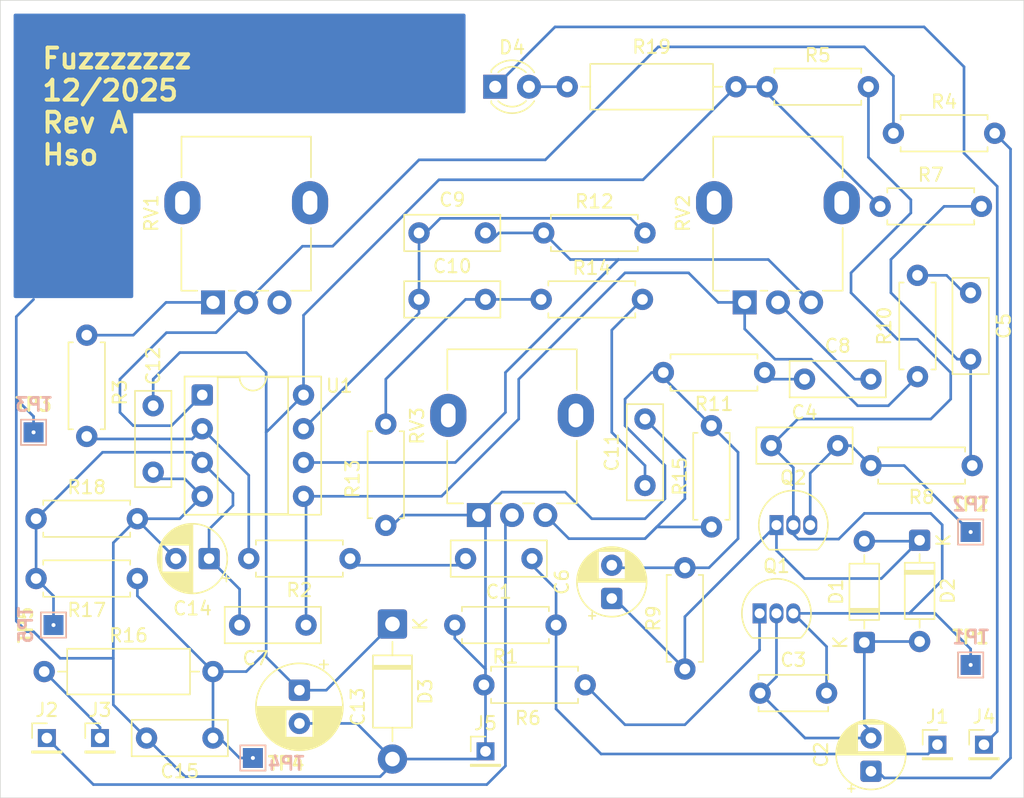
<source format=kicad_pcb>
(kicad_pcb (version 20241229) (generator "pcbnew") (generator_version "9.0")
  (title_block (title "Fuzzzzzzz") (date "2025-12-29") (rev "A") (company "Hso"))
  (layers (0 "F.Cu" signal) (2 "B.Cu" signal) (13 "F.Paste" user) (15 "B.Paste" user) (5 "F.SilkS" user "F.Silkscreen") (7 "B.SilkS" user "B.Silkscreen") (1 "F.Mask" user) (3 "B.Mask" user) (25 "Edge.Cuts" user))
  (net 0 "")
  (net 1 "Net-(C1-Pad2)")
  (net 2 "/In")
  (net 3 "Net-(D1-K)")
  (net 4 "Net-(C2-Pad1)")
  (net 5 "Net-(Q1-C)")
  (net 6 "Net-(Q2-C)")
  (net 7 "Net-(C5-Pad2)")
  (net 8 "Net-(C5-Pad1)")
  (net 9 "Net-(D1-A)")
  (net 10 "GND")
  (net 11 "/Vref")
  (net 12 "Net-(U1B-+)")
  (net 13 "Net-(C8-Pad1)")
  (net 14 "Net-(C8-Pad2)")
  (net 15 "Net-(U1B--)")
  (net 16 "Net-(C10-Pad1)")
  (net 17 "Net-(C10-Pad2)")
  (net 18 "Net-(C11-Pad2)")
  (net 19 "Net-(C11-Pad1)")
  (net 20 "/V+")
  (net 21 "/LED GND")
  (net 22 "Net-(D4-A)")
  (net 23 "/Out")
  (net 24 "/Power Jack")
  (net 25 "Net-(Q1-E)")
  (net 26 "Net-(U1A--)")
  (net 27 "Net-(R3-Pad2)")
  (net 28 "Net-(R4-Pad1)")
  (footprint "LED_THT:LED_D3.0mm" (layer "F.Cu") (at 49.23 18.5)
    (property "Reference" "D4" (at 1.27 -2.96 0) (layer "F.SilkS"))
    (property "Value" "LED")
    (pad "1" thru_hole rect (at 0 0) (size 1.8 1.8) (drill 0.9) (layers "*.Cu" "*.Mask") (net 21 "/LED GND"))
    (pad "2" thru_hole circle (at 2.54 0) (size 1.8 1.8) (drill 0.9) (layers "*.Cu" "*.Mask") (net 22 "Net-(D4-A)"))
  )
  (footprint "Potentiometer_THT:Potentiometer_Alpha_RD901F-40-00D_Single_Vertical" (layer "F.Cu") (at 48 50.725 90)
    (property "Reference" "RV3" (at 6.71 -4.64 90) (layer "F.SilkS"))
    (property "Value" "100KA")
    (pad "" thru_hole oval (at 7.5 -2.3 180) (size 2.72 3.24) (drill oval 1.1 1.8) (layers "*.Cu" "*.Mask"))
    (pad "" thru_hole oval (at 7.5 7.3 180) (size 2.72 3.24) (drill oval 1.1 1.8) (layers "*.Cu" "*.Mask"))
    (pad "1" thru_hole rect (at 0 0 180) (size 1.8 1.8) (drill 1) (layers "*.Cu" "*.Mask") (net 10 "GND"))
    (pad "2" thru_hole circle (at 0 2.5 180) (size 1.8 1.8) (drill 1) (layers "*.Cu" "*.Mask") (net 23 "/Out"))
    (pad "3" thru_hole circle (at 0 5 180) (size 1.8 1.8) (drill 1) (layers "*.Cu" "*.Mask") (net 18 "Net-(C11-Pad2)"))
  )
  (footprint "HsoFootprints:TestPoint_Pad_1.5x1.5mmDoubleSided" (layer "F.Cu") (at 16 59)
    (property "Reference" "TP5" (hide yes))
    (property "Value" "4.5V" (hide yes))
    (fp_text user "${REFERENCE}" (at -1.5 0 90) (layer "F.SilkS") (effects (font (thickness 0.2) (bold yes)) (justify bottom)))
    (fp_text user "${REFERENCE}" (at -1.5 0 90) (layer "B.SilkS") (effects (font (thickness 0.2) (bold yes)) (justify bottom mirror)))
    (pad "1" smd rect (at 0 0) (size 1.5 1.5) (layers "F.Cu" "F.Mask") (net 11 "/Vref"))
    (pad "1" smd rect (at 0 0) (size 1.5 1.5) (layers "B.Cu" "B.Mask") (net 11 "/Vref"))
  )
  (footprint "Capacitor_THT:C_Rect_L7.0mm_W2.5mm_P5.00mm" (layer "F.Cu") (at 48.5 29.5 180)
    (property "Reference" "C9" (at 2.5 2.5 0) (layer "F.SilkS"))
    (property "Value" "10nF")
    (pad "1" thru_hole circle (at 0 0 180) (size 1.6 1.6) (drill 0.8) (layers "*.Cu" "*.Mask") (net 15 "Net-(U1B--)"))
    (pad "2" thru_hole circle (at 5 0 180) (size 1.6 1.6) (drill 0.8) (layers "*.Cu" "*.Mask") (net 16 "Net-(C10-Pad1)"))
  )
  (footprint "Diode_THT:D_DO-41_SOD81_P10.16mm_Horizontal" (layer "F.Cu") (at 41.5 58.92 -90)
    (property "Reference" "D3" (at 5.08 -2.47 90) (layer "F.SilkS"))
    (property "Value" "1N5819")
    (fp_text user "K" (at 0 -2.1 90) (layer "F.SilkS"))
    (pad "1" thru_hole roundrect (at 0 0 270) (size 2.2 2.2) (drill 1.1) (layers "*.Cu" "*.Mask") (roundrect_rratio 0.113636) (net 20 "/V+"))
    (pad "2" thru_hole circle (at 10.16 0 270) (size 2.2 2.2) (drill 1.1) (layers "*.Cu" "*.Mask") (net 10 "GND"))
  )
  (footprint "Connector_PinHeader_2.00mm:PinHeader_1x01_P2.00mm_Vertical" (layer "F.Cu") (at 48.5 68.5)
    (property "Reference" "J5" (at 0 -2.11 0) (layer "F.SilkS"))
    (property "Value" "GND")
    (pad "1" thru_hole rect (at 0 0) (size 1.35 1.35) (drill 0.8) (layers "*.Cu" "*.Mask") (net 10 "GND"))
  )
  (footprint "HsoFootprints:TestPoint_Pad_1.5x1.5mmDoubleSided" (layer "F.Cu") (at 31 69)
    (property "Reference" "TP4" (hide yes))
    (property "Value" "9V" (hide yes))
    (fp_text user "${REFERENCE}" (at 2.5 1 0) (layer "F.SilkS") (effects (font (thickness 0.2) (bold yes)) (justify bottom)))
    (fp_text user "${REFERENCE}" (at 2.5 1 0) (layer "B.SilkS") (effects (font (thickness 0.2) (bold yes)) (justify bottom mirror)))
    (pad "1" smd rect (at 0 0) (size 1.5 1.5) (layers "F.Cu" "F.Mask") (net 20 "/V+"))
    (pad "1" smd rect (at 0 0) (size 1.5 1.5) (layers "B.Cu" "B.Mask") (net 20 "/V+"))
  )
  (footprint "Potentiometer_THT:Potentiometer_Alpha_RD901F-40-00D_Single_Vertical" (layer "F.Cu") (at 28 34.725 90)
    (property "Reference" "RV1" (at 6.71 -4.64 90) (layer "F.SilkS"))
    (property "Value" "100KA")
    (pad "" thru_hole oval (at 7.5 -2.3 180) (size 2.72 3.24) (drill oval 1.1 1.8) (layers "*.Cu" "*.Mask"))
    (pad "" thru_hole oval (at 7.5 7.3 180) (size 2.72 3.24) (drill oval 1.1 1.8) (layers "*.Cu" "*.Mask"))
    (pad "1" thru_hole rect (at 0 0 180) (size 1.8 1.8) (drill 1) (layers "*.Cu" "*.Mask") (net 27 "Net-(R3-Pad2)"))
    (pad "2" thru_hole circle (at 0 2.5 180) (size 1.8 1.8) (drill 1) (layers "*.Cu" "*.Mask") (net 28 "Net-(R4-Pad1)"))
    (pad "3" thru_hole circle (at 0 5 180) (size 1.8 1.8) (drill 1) (layers "*.Cu" "*.Mask"))
  )
  (footprint "Resistor_THT:R_Axial_DIN0207_L6.3mm_D2.5mm_P7.62mm_Horizontal" (layer "F.Cu") (at 79.19 22)
    (property "Reference" "R4" (at 3.81 -2.37 0) (layer "F.SilkS"))
    (property "Value" "10K")
    (pad "1" thru_hole circle (at 0 0) (size 1.6 1.6) (drill 0.8) (layers "*.Cu" "*.Mask") (net 28 "Net-(R4-Pad1)"))
    (pad "2" thru_hole circle (at 7.62 0) (size 1.6 1.6) (drill 0.8) (layers "*.Cu" "*.Mask") (net 4 "Net-(C2-Pad1)"))
  )
  (footprint "Connector_PinHeader_2.00mm:PinHeader_1x01_P2.00mm_Vertical" (layer "F.Cu") (at 15.5 67.5)
    (property "Reference" "J2" (at 0 -2.11 0) (layer "F.SilkS"))
    (property "Value" "OUT")
    (pad "1" thru_hole rect (at 0 0) (size 1.35 1.35) (drill 0.8) (layers "*.Cu" "*.Mask") (net 23 "/Out"))
  )
  (footprint "Resistor_THT:R_Axial_DIN0207_L6.3mm_D2.5mm_P7.62mm_Horizontal" (layer "F.Cu") (at 69.5 40 180)
    (property "Reference" "R11" (at 3.81 -2.37 0) (layer "F.SilkS"))
    (property "Value" "1K5")
    (pad "1" thru_hole circle (at 0 0 180) (size 1.6 1.6) (drill 0.8) (layers "*.Cu" "*.Mask") (net 13 "Net-(C8-Pad1)"))
    (pad "2" thru_hole circle (at 7.62 0 180) (size 1.6 1.6) (drill 0.8) (layers "*.Cu" "*.Mask") (net 10 "GND"))
  )
  (footprint "Resistor_THT:R_Axial_DIN0309_L9.0mm_D3.2mm_P12.70mm_Horizontal" (layer "F.Cu") (at 67.35 18.5 180)
    (property "Reference" "R19" (at 6.35 3 0) (layer "F.SilkS"))
    (property "Value" "4K7")
    (pad "1" thru_hole circle (at 0 0 180) (size 1.6 1.6) (drill 0.8) (layers "*.Cu" "*.Mask") (net 20 "/V+"))
    (pad "2" thru_hole circle (at 12.7 0 180) (size 1.6 1.6) (drill 0.8) (layers "*.Cu" "*.Mask") (net 22 "Net-(D4-A)"))
  )
  (footprint "Package_TO_SOT_THT:TO-92_Inline" (layer "F.Cu") (at 69.12 58.12)
    (property "Reference" "Q1" (at 1.27 -3.56 0) (layer "F.SilkS"))
    (property "Value" "2N5088")
    (pad "1" thru_hole rect (at 0 0) (size 1.05 1.5) (drill 0.75) (layers "*.Cu" "*.Mask") (net 25 "Net-(Q1-E)"))
    (pad "2" thru_hole oval (at 1.27 0) (size 1.05 1.5) (drill 0.75) (layers "*.Cu" "*.Mask") (net 3 "Net-(D1-K)"))
    (pad "3" thru_hole oval (at 2.54 0) (size 1.05 1.5) (drill 0.75) (layers "*.Cu" "*.Mask") (net 5 "Net-(Q1-C)"))
  )
  (footprint "Package_DIP:DIP-8_W7.62mm_Socket" (layer "F.Cu") (at 27.19 41.69)
    (property "Reference" "U1" (at 10.31 -0.69 0) (layer "F.SilkS"))
    (property "Value" "JRC4558")
    (pad "1" thru_hole roundrect (at 0 0) (size 1.6 1.6) (drill 0.8) (layers "*.Cu" "*.Mask") (roundrect_rratio 0.15625) (net 28 "Net-(R4-Pad1)"))
    (pad "2" thru_hole circle (at 0 2.54) (size 1.6 1.6) (drill 0.8) (layers "*.Cu" "*.Mask") (net 26 "Net-(U1A--)"))
    (pad "3" thru_hole circle (at 0 5.08) (size 1.6 1.6) (drill 0.8) (layers "*.Cu" "*.Mask") (net 11 "/Vref"))
    (pad "4" thru_hole circle (at 0 7.62) (size 1.6 1.6) (drill 0.8) (layers "*.Cu" "*.Mask") (net 10 "GND"))
    (pad "5" thru_hole circle (at 7.62 7.62) (size 1.6 1.6) (drill 0.8) (layers "*.Cu" "*.Mask") (net 12 "Net-(U1B-+)"))
    (pad "6" thru_hole circle (at 7.62 5.08) (size 1.6 1.6) (drill 0.8) (layers "*.Cu" "*.Mask") (net 15 "Net-(U1B--)"))
    (pad "7" thru_hole circle (at 7.62 2.54) (size 1.6 1.6) (drill 0.8) (layers "*.Cu" "*.Mask") (net 16 "Net-(C10-Pad1)"))
    (pad "8" thru_hole circle (at 7.62 0) (size 1.6 1.6) (drill 0.8) (layers "*.Cu" "*.Mask") (net 20 "/V+"))
  )
  (footprint "Resistor_THT:R_Axial_DIN0207_L6.3mm_D2.5mm_P7.62mm_Horizontal" (layer "F.Cu") (at 52.88 29.5)
    (property "Reference" "R12" (at 3.81 -2.37 0) (layer "F.SilkS"))
    (property "Value" "10K")
    (pad "1" thru_hole circle (at 0 0) (size 1.6 1.6) (drill 0.8) (layers "*.Cu" "*.Mask") (net 15 "Net-(U1B--)"))
    (pad "2" thru_hole circle (at 7.62 0) (size 1.6 1.6) (drill 0.8) (layers "*.Cu" "*.Mask") (net 16 "Net-(C10-Pad1)"))
  )
  (footprint "Capacitor_THT:CP_Radial_D5.0mm_P2.50mm" (layer "F.Cu") (at 27.705113 54 180)
    (property "Reference" "C14" (at 1.25 -3.75 0) (layer "F.SilkS"))
    (property "Value" "10uF")
    (pad "1" thru_hole roundrect (at 0 0 180) (size 1.6 1.6) (drill 0.8) (layers "*.Cu" "*.Mask") (roundrect_rratio 0.15625) (net 11 "/Vref"))
    (pad "2" thru_hole circle (at 2.5 0 180) (size 1.6 1.6) (drill 0.8) (layers "*.Cu" "*.Mask") (net 10 "GND"))
  )
  (footprint "Connector_PinHeader_2.00mm:PinHeader_1x01_P2.00mm_Vertical" (layer "F.Cu") (at 82.5 68)
    (property "Reference" "J1" (at 0 -2.11 0) (layer "F.SilkS"))
    (property "Value" "IN")
    (pad "1" thru_hole rect (at 0 0) (size 1.35 1.35) (drill 0.8) (layers "*.Cu" "*.Mask") (net 2 "/In"))
  )
  (footprint "Resistor_THT:R_Axial_DIN0207_L6.3mm_D2.5mm_P7.62mm_Horizontal" (layer "F.Cu") (at 85.12 47 180)
    (property "Reference" "R8" (at 3.81 -2.37 0) (layer "F.SilkS"))
    (property "Value" "2K2")
    (pad "1" thru_hole circle (at 0 0 180) (size 1.6 1.6) (drill 0.8) (layers "*.Cu" "*.Mask") (net 8 "Net-(C5-Pad1)"))
    (pad "2" thru_hole circle (at 7.62 0 180) (size 1.6 1.6) (drill 0.8) (layers "*.Cu" "*.Mask") (net 6 "Net-(Q2-C)"))
  )
  (footprint "Capacitor_THT:C_Disc_D5.0mm_W2.5mm_P5.00mm" (layer "F.Cu") (at 69.16 64.12)
    (property "Reference" "C3" (at 2.5 -2.5 0) (layer "F.SilkS"))
    (property "Value" "100pF")
    (pad "1" thru_hole circle (at 0 0) (size 1.6 1.6) (drill 0.8) (layers "*.Cu" "*.Mask") (net 3 "Net-(D1-K)"))
    (pad "2" thru_hole circle (at 5 0) (size 1.6 1.6) (drill 0.8) (layers "*.Cu" "*.Mask") (net 5 "Net-(Q1-C)"))
  )
  (footprint "Capacitor_THT:C_Rect_L7.0mm_W2.5mm_P5.00mm" (layer "F.Cu") (at 85 39 90)
    (property "Reference" "C5" (at 2.5 2.5 90) (layer "F.SilkS"))
    (property "Value" "47nF")
    (pad "1" thru_hole circle (at 0 0 90) (size 1.6 1.6) (drill 0.8) (layers "*.Cu" "*.Mask") (net 8 "Net-(C5-Pad1)"))
    (pad "2" thru_hole circle (at 5 0 90) (size 1.6 1.6) (drill 0.8) (layers "*.Cu" "*.Mask") (net 7 "Net-(C5-Pad2)"))
  )
  (footprint "Capacitor_THT:C_Rect_L7.0mm_W2.5mm_P5.00mm" (layer "F.Cu") (at 30 59)
    (property "Reference" "C7" (at 1.2 2.5 0) (layer "F.SilkS"))
    (property "Value" "4n7")
    (pad "1" thru_hole circle (at 0 0) (size 1.6 1.6) (drill 0.8) (layers "*.Cu" "*.Mask") (net 11 "/Vref"))
    (pad "2" thru_hole circle (at 5 0) (size 1.6 1.6) (drill 0.8) (layers "*.Cu" "*.Mask") (net 12 "Net-(U1B-+)"))
  )
  (footprint "Resistor_THT:R_Axial_DIN0207_L6.3mm_D2.5mm_P7.62mm_Horizontal" (layer "F.Cu") (at 78.19 27.5)
    (property "Reference" "R7" (at 3.81 -2.37 0) (layer "F.SilkS"))
    (property "Value" "4K7")
    (pad "1" thru_hole circle (at 0 0) (size 1.6 1.6) (drill 0.8) (layers "*.Cu" "*.Mask") (net 20 "/V+"))
    (pad "2" thru_hole circle (at 7.62 0) (size 1.6 1.6) (drill 0.8) (layers "*.Cu" "*.Mask") (net 8 "Net-(C5-Pad1)"))
  )
  (footprint "Resistor_THT:R_Axial_DIN0207_L6.3mm_D2.5mm_P7.62mm_Horizontal" (layer "F.Cu") (at 81 32.69 -90)
    (property "Reference" "R10" (at 3.81 2.5 90) (layer "F.SilkS"))
    (property "Value" "100K")
    (pad "1" thru_hole circle (at 0 0 270) (size 1.6 1.6) (drill 0.8) (layers "*.Cu" "*.Mask") (net 7 "Net-(C5-Pad2)"))
    (pad "2" thru_hole circle (at 7.62 0 270) (size 1.6 1.6) (drill 0.8) (layers "*.Cu" "*.Mask") (net 12 "Net-(U1B-+)"))
  )
  (footprint "Package_TO_SOT_THT:TO-92_Inline" (layer "F.Cu") (at 70.39 51.48)
    (property "Reference" "Q2" (at 1.27 -3.56 0) (layer "F.SilkS"))
    (property "Value" "2N4401")
    (pad "1" thru_hole rect (at 0 0) (size 1.05 1.5) (drill 0.75) (layers "*.Cu" "*.Mask") (net 9 "Net-(D1-A)"))
    (pad "2" thru_hole oval (at 1.27 0) (size 1.05 1.5) (drill 0.75) (layers "*.Cu" "*.Mask") (net 5 "Net-(Q1-C)"))
    (pad "3" thru_hole oval (at 2.54 0) (size 1.05 1.5) (drill 0.75) (layers "*.Cu" "*.Mask") (net 6 "Net-(Q2-C)"))
  )
  (footprint "HsoFootprints:TestPoint_Pad_1.5x1.5mmDoubleSided" (layer "F.Cu") (at 14.5 44.5)
    (property "Reference" "TP3" (hide yes))
    (property "Value" "0V" (hide yes))
    (fp_text user "${REFERENCE}" (at 0 -1.5 0) (layer "F.SilkS") (effects (font (thickness 0.2) (bold yes)) (justify bottom)))
    (fp_text user "${REFERENCE}" (at 0 -1.5 0) (layer "B.SilkS") (effects (font (thickness 0.2) (bold yes)) (justify bottom mirror)))
    (pad "1" smd rect (at 0 0) (size 1.5 1.5) (layers "F.Cu" "F.Mask") (net 10 "GND"))
    (pad "1" smd rect (at 0 0) (size 1.5 1.5) (layers "B.Cu" "B.Mask") (net 10 "GND"))
  )
  (footprint "Capacitor_THT:CP_Radial_D6.3mm_P2.50mm" (layer "F.Cu") (at 34.5 63.9 -90)
    (property "Reference" "C13" (at 1.25 -4.4 90) (layer "F.SilkS"))
    (property "Value" "100uF")
    (pad "1" thru_hole roundrect (at 0 0 270) (size 1.6 1.6) (drill 0.8) (layers "*.Cu" "*.Mask") (roundrect_rratio 0.15625) (net 20 "/V+"))
    (pad "2" thru_hole circle (at 2.5 0 270) (size 1.6 1.6) (drill 0.8) (layers "*.Cu" "*.Mask") (net 10 "GND"))
  )
  (footprint "Capacitor_THT:C_Rect_L7.0mm_W2.5mm_P5.00mm" (layer "F.Cu") (at 23.5 42.5 -90)
    (property "Reference" "C12" (at -3 0 90) (layer "F.SilkS"))
    (property "Value" "100nF")
    (pad "1" thru_hole circle (at 0 0 270) (size 1.6 1.6) (drill 0.8) (layers "*.Cu" "*.Mask") (net 20 "/V+"))
    (pad "2" thru_hole circle (at 5 0 270) (size 1.6 1.6) (drill 0.8) (layers "*.Cu" "*.Mask") (net 10 "GND"))
  )
  (footprint "Connector_PinHeader_2.00mm:PinHeader_1x01_P2.00mm_Vertical" (layer "F.Cu") (at 19.5 67.5)
    (property "Reference" "J3" (at 0 -2.11 0) (layer "F.SilkS"))
    (property "Value" "PWR")
    (pad "1" thru_hole rect (at 0 0) (size 1.35 1.35) (drill 0.8) (layers "*.Cu" "*.Mask") (net 24 "/Power Jack"))
  )
  (footprint "Resistor_THT:R_Axial_DIN0207_L6.3mm_D2.5mm_P7.62mm_Horizontal" (layer "F.Cu") (at 69.69 18.5)
    (property "Reference" "R5" (at 3.81 -2.37 0) (layer "F.SilkS"))
    (property "Value" "100K")
    (pad "1" thru_hole circle (at 0 0) (size 1.6 1.6) (drill 0.8) (layers "*.Cu" "*.Mask") (net 20 "/V+"))
    (pad "2" thru_hole circle (at 7.62 0) (size 1.6 1.6) (drill 0.8) (layers "*.Cu" "*.Mask") (net 5 "Net-(Q1-C)"))
  )
  (footprint "Resistor_THT:R_Axial_DIN0207_L6.3mm_D2.5mm_P7.62mm_Horizontal" (layer "F.Cu") (at 48.38 63.5)
    (property "Reference" "R6" (at 3.31 2.5 0) (layer "F.SilkS"))
    (property "Value" "220R")
    (pad "1" thru_hole circle (at 0 0) (size 1.6 1.6) (drill 0.8) (layers "*.Cu" "*.Mask") (net 10 "GND"))
    (pad "2" thru_hole circle (at 7.62 0) (size 1.6 1.6) (drill 0.8) (layers "*.Cu" "*.Mask") (net 25 "Net-(Q1-E)"))
  )
  (footprint "HsoFootprints:TestPoint_Pad_1.5x1.5mmDoubleSided" (layer "F.Cu") (at 85 62)
    (property "Reference" "TP1" (hide yes))
    (property "Value" "0.7V" (hide yes))
    (fp_text user "${REFERENCE}" (at 0 -1.5 0) (layer "F.SilkS") (effects (font (thickness 0.2) (bold yes)) (justify bottom)))
    (fp_text user "${REFERENCE}" (at 0 -1.5 0) (layer "B.SilkS") (effects (font (thickness 0.2) (bold yes)) (justify bottom mirror)))
    (pad "1" smd rect (at 0 0) (size 1.5 1.5) (layers "F.Cu" "F.Mask") (net 5 "Net-(Q1-C)"))
    (pad "1" smd rect (at 0 0) (size 1.5 1.5) (layers "B.Cu" "B.Mask") (net 5 "Net-(Q1-C)"))
  )
  (footprint "Potentiometer_THT:Potentiometer_Alpha_RD901F-40-00D_Single_Vertical" (layer "F.Cu") (at 68 34.725 90)
    (property "Reference" "RV2" (at 6.71 -4.64 90) (layer "F.SilkS"))
    (property "Value" "100KA")
    (pad "" thru_hole oval (at 7.5 -2.3 180) (size 2.72 3.24) (drill oval 1.1 1.8) (layers "*.Cu" "*.Mask"))
    (pad "" thru_hole oval (at 7.5 7.3 180) (size 2.72 3.24) (drill oval 1.1 1.8) (layers "*.Cu" "*.Mask"))
    (pad "1" thru_hole rect (at 0 0 180) (size 1.8 1.8) (drill 1) (layers "*.Cu" "*.Mask") (net 12 "Net-(U1B-+)"))
    (pad "2" thru_hole circle (at 0 2.5 180) (size 1.8 1.8) (drill 1) (layers "*.Cu" "*.Mask") (net 14 "Net-(C8-Pad2)"))
    (pad "3" thru_hole circle (at 0 5 180) (size 1.8 1.8) (drill 1) (layers "*.Cu" "*.Mask") (net 15 "Net-(U1B--)"))
  )
  (footprint "Resistor_THT:R_Axial_DIN0309_L9.0mm_D3.2mm_P12.70mm_Horizontal" (layer "F.Cu") (at 15.3 62.5)
    (property "Reference" "R16" (at 6.35 -2.72 0) (layer "F.SilkS"))
    (property "Value" "47R")
    (pad "1" thru_hole circle (at 0 0) (size 1.6 1.6) (drill 0.8) (layers "*.Cu" "*.Mask") (net 24 "/Power Jack"))
    (pad "2" thru_hole circle (at 12.7 0) (size 1.6 1.6) (drill 0.8) (layers "*.Cu" "*.Mask") (net 20 "/V+"))
  )
  (footprint "Capacitor_THT:C_Rect_L7.0mm_W2.5mm_P5.00mm" (layer "F.Cu") (at 72.5 40.5)
    (property "Reference" "C8" (at 2.5 -2.5 0) (layer "F.SilkS"))
    (property "Value" "22nF")
    (pad "1" thru_hole circle (at 0 0) (size 1.6 1.6) (drill 0.8) (layers "*.Cu" "*.Mask") (net 13 "Net-(C8-Pad1)"))
    (pad "2" thru_hole circle (at 5 0) (size 1.6 1.6) (drill 0.8) (layers "*.Cu" "*.Mask") (net 14 "Net-(C8-Pad2)"))
  )
  (footprint "Resistor_THT:R_Axial_DIN0207_L6.3mm_D2.5mm_P7.62mm_Horizontal" (layer "F.Cu") (at 53.81 59 180)
    (property "Reference" "R1" (at 3.81 -2.37 0) (layer "F.SilkS"))
    (property "Value" "1M")
    (pad "1" thru_hole circle (at 0 0 180) (size 1.6 1.6) (drill 0.8) (layers "*.Cu" "*.Mask") (net 2 "/In"))
    (pad "2" thru_hole circle (at 7.62 0 180) (size 1.6 1.6) (drill 0.8) (layers "*.Cu" "*.Mask") (net 10 "GND"))
  )
  (footprint "Resistor_THT:R_Axial_DIN0207_L6.3mm_D2.5mm_P7.62mm_Horizontal" (layer "F.Cu") (at 22.31 55.5 180)
    (property "Reference" "R17" (at 3.81 -2.37 0) (layer "F.SilkS"))
    (property "Value" "220K")
    (pad "1" thru_hole circle (at 0 0 180) (size 1.6 1.6) (drill 0.8) (layers "*.Cu" "*.Mask") (net 20 "/V+"))
    (pad "2" thru_hole circle (at 7.62 0 180) (size 1.6 1.6) (drill 0.8) (layers "*.Cu" "*.Mask") (net 11 "/Vref"))
  )
  (footprint "Capacitor_THT:C_Rect_L7.0mm_W2.5mm_P5.00mm" (layer "F.Cu") (at 52 54 180)
    (property "Reference" "C1" (at 2.5 -2.5 0) (layer "F.SilkS"))
    (property "Value" "100nF")
    (pad "1" thru_hole circle (at 0 0 180) (size 1.6 1.6) (drill 0.8) (layers "*.Cu" "*.Mask") (net 2 "/In"))
    (pad "2" thru_hole circle (at 5 0 180) (size 1.6 1.6) (drill 0.8) (layers "*.Cu" "*.Mask") (net 1 "Net-(C1-Pad2)"))
  )
  (footprint "Resistor_THT:R_Axial_DIN0207_L6.3mm_D2.5mm_P7.62mm_Horizontal" (layer "F.Cu") (at 18.5 44.81 90)
    (property "Reference" "R3" (at 3.31 2.5 90) (layer "F.SilkS"))
    (property "Value" "10K")
    (pad "1" thru_hole circle (at 0 0 90) (size 1.6 1.6) (drill 0.8) (layers "*.Cu" "*.Mask") (net 26 "Net-(U1A--)"))
    (pad "2" thru_hole circle (at 7.62 0 90) (size 1.6 1.6) (drill 0.8) (layers "*.Cu" "*.Mask") (net 27 "Net-(R3-Pad2)"))
  )
  (footprint "Resistor_THT:R_Axial_DIN0207_L6.3mm_D2.5mm_P7.62mm_Horizontal" (layer "F.Cu") (at 41 43.88 -90)
    (property "Reference" "R13" (at 4.12 2.5 90) (layer "F.SilkS"))
    (property "Value" "2K2")
    (pad "1" thru_hole circle (at 0 0 270) (size 1.6 1.6) (drill 0.8) (layers "*.Cu" "*.Mask") (net 17 "Net-(C10-Pad2)"))
    (pad "2" thru_hole circle (at 7.62 0 270) (size 1.6 1.6) (drill 0.8) (layers "*.Cu" "*.Mask") (net 10 "GND"))
  )
  (footprint "Capacitor_THT:C_Rect_L7.0mm_W2.5mm_P5.00mm" (layer "F.Cu") (at 28 67.5 180)
    (property "Reference" "C15" (at 2.5 -2.5 0) (layer "F.SilkS"))
    (property "Value" "100nF")
    (pad "1" thru_hole circle (at 0 0 180) (size 1.6 1.6) (drill 0.8) (layers "*.Cu" "*.Mask") (net 20 "/V+"))
    (pad "2" thru_hole circle (at 5 0 180) (size 1.6 1.6) (drill 0.8) (layers "*.Cu" "*.Mask") (net 10 "GND"))
  )
  (footprint "Capacitor_THT:CP_Radial_D5.0mm_P2.50mm" (layer "F.Cu") (at 58 57 90)
    (property "Reference" "C6" (at 1.25 -3.75 90) (layer "F.SilkS"))
    (property "Value" "47uF")
    (pad "1" thru_hole roundrect (at 0 0 90) (size 1.6 1.6) (drill 0.8) (layers "*.Cu" "*.Mask") (roundrect_rratio 0.15625) (net 9 "Net-(D1-A)"))
    (pad "2" thru_hole circle (at 2.5 0 90) (size 1.6 1.6) (drill 0.8) (layers "*.Cu" "*.Mask") (net 10 "GND"))
  )
  (footprint "Capacitor_THT:C_Rect_L7.0mm_W2.5mm_P5.00mm" (layer "F.Cu") (at 60.5 48.5 90)
    (property "Reference" "C11" (at 2.5 -2.5 90) (layer "F.SilkS"))
    (property "Value" "1uF")
    (pad "1" thru_hole circle (at 0 0 90) (size 1.6 1.6) (drill 0.8) (layers "*.Cu" "*.Mask") (net 19 "Net-(C11-Pad1)"))
    (pad "2" thru_hole circle (at 5 0 90) (size 1.6 1.6) (drill 0.8) (layers "*.Cu" "*.Mask") (net 18 "Net-(C11-Pad2)"))
  )
  (footprint "Capacitor_THT:CP_Radial_D5.0mm_P2.50mm" (layer "F.Cu") (at 77.5 70 90)
    (property "Reference" "C2" (at 1.25 -3.75 90) (layer "F.SilkS"))
    (property "Value" "4u7")
    (pad "1" thru_hole roundrect (at 0 0 90) (size 1.6 1.6) (drill 0.8) (layers "*.Cu" "*.Mask") (roundrect_rratio 0.15625) (net 4 "Net-(C2-Pad1)"))
    (pad "2" thru_hole circle (at 2.5 0 90) (size 1.6 1.6) (drill 0.8) (layers "*.Cu" "*.Mask") (net 3 "Net-(D1-K)"))
  )
  (footprint "Resistor_THT:R_Axial_DIN0207_L6.3mm_D2.5mm_P7.62mm_Horizontal" (layer "F.Cu") (at 38.31 54 180)
    (property "Reference" "R2" (at 3.81 -2.37 0) (layer "F.SilkS"))
    (property "Value" "10K")
    (pad "1" thru_hole circle (at 0 0 180) (size 1.6 1.6) (drill 0.8) (layers "*.Cu" "*.Mask") (net 1 "Net-(C1-Pad2)"))
    (pad "2" thru_hole circle (at 7.62 0 180) (size 1.6 1.6) (drill 0.8) (layers "*.Cu" "*.Mask") (net 26 "Net-(U1A--)"))
  )
  (footprint "Resistor_THT:R_Axial_DIN0207_L6.3mm_D2.5mm_P7.62mm_Horizontal" (layer "F.Cu") (at 52.69 34.5)
    (property "Reference" "R14" (at 3.81 -2.37 0) (layer "F.SilkS"))
    (property "Value" "33K")
    (pad "1" thru_hole circle (at 0 0) (size 1.6 1.6) (drill 0.8) (layers "*.Cu" "*.Mask") (net 17 "Net-(C10-Pad2)"))
    (pad "2" thru_hole circle (at 7.62 0) (size 1.6 1.6) (drill 0.8) (layers "*.Cu" "*.Mask") (net 19 "Net-(C11-Pad1)"))
  )
  (footprint "Resistor_THT:R_Axial_DIN0207_L6.3mm_D2.5mm_P7.62mm_Horizontal" (layer "F.Cu") (at 65.5 51.62 90)
    (property "Reference" "R15" (at 3.81 -2.37 90) (layer "F.SilkS"))
    (property "Value" "1M")
    (pad "1" thru_hole circle (at 0 0 90) (size 1.6 1.6) (drill 0.8) (layers "*.Cu" "*.Mask") (net 18 "Net-(C11-Pad2)"))
    (pad "2" thru_hole circle (at 7.62 0 90) (size 1.6 1.6) (drill 0.8) (layers "*.Cu" "*.Mask") (net 10 "GND"))
  )
  (footprint "Capacitor_THT:C_Rect_L7.0mm_W2.5mm_P5.00mm" (layer "F.Cu") (at 43.5 34.5)
    (property "Reference" "C10" (at 2.5 -2.5 0) (layer "F.SilkS"))
    (property "Value" "100nF")
    (pad "1" thru_hole circle (at 0 0) (size 1.6 1.6) (drill 0.8) (layers "*.Cu" "*.Mask") (net 16 "Net-(C10-Pad1)"))
    (pad "2" thru_hole circle (at 5 0) (size 1.6 1.6) (drill 0.8) (layers "*.Cu" "*.Mask") (net 17 "Net-(C10-Pad2)"))
  )
  (footprint "Resistor_THT:R_Axial_DIN0207_L6.3mm_D2.5mm_P7.62mm_Horizontal" (layer "F.Cu") (at 63.5 62.31 90)
    (property "Reference" "R9" (at 3.81 -2.37 90) (layer "F.SilkS"))
    (property "Value" "1K")
    (pad "1" thru_hole circle (at 0 0 90) (size 1.6 1.6) (drill 0.8) (layers "*.Cu" "*.Mask") (net 9 "Net-(D1-A)"))
    (pad "2" thru_hole circle (at 7.62 0 90) (size 1.6 1.6) (drill 0.8) (layers "*.Cu" "*.Mask") (net 10 "GND"))
  )
  (footprint "HsoFootprints:TestPoint_Pad_1.5x1.5mmDoubleSided" (layer "F.Cu") (at 85 52)
    (property "Reference" "TP2" (hide yes))
    (property "Value" "4.5V" (hide yes))
    (fp_text user "${REFERENCE}" (at 0 -1.5 0) (layer "F.SilkS") (effects (font (thickness 0.2) (bold yes)) (justify bottom)))
    (fp_text user "${REFERENCE}" (at 0 -1.5 0) (layer "B.SilkS") (effects (font (thickness 0.2) (bold yes)) (justify bottom mirror)))
    (pad "1" smd rect (at 0 0) (size 1.5 1.5) (layers "F.Cu" "F.Mask") (net 6 "Net-(Q2-C)"))
    (pad "1" smd rect (at 0 0) (size 1.5 1.5) (layers "B.Cu" "B.Mask") (net 6 "Net-(Q2-C)"))
  )
  (footprint "Capacitor_THT:C_Rect_L7.0mm_W2.5mm_P5.00mm" (layer "F.Cu") (at 70 45.5)
    (property "Reference" "C4" (at 2.5 -2.5 0) (layer "F.SilkS"))
    (property "Value" "2n2")
    (pad "1" thru_hole circle (at 0 0) (size 1.6 1.6) (drill 0.8) (layers "*.Cu" "*.Mask") (net 5 "Net-(Q1-C)"))
    (pad "2" thru_hole circle (at 5 0) (size 1.6 1.6) (drill 0.8) (layers "*.Cu" "*.Mask") (net 6 "Net-(Q2-C)"))
  )
  (footprint "Diode_THT:D_DO-35_SOD27_P7.62mm_Horizontal" (layer "F.Cu") (at 81.16 52.62 -90)
    (property "Reference" "D2" (at 3.81 -2.12 90) (layer "F.SilkS"))
    (property "Value" "1N4148")
    (fp_text user "K" (at 0 -1.8 90) (layer "F.SilkS"))
    (pad "1" thru_hole roundrect (at 0 0 270) (size 1.6 1.6) (drill 0.8) (layers "*.Cu" "*.Mask") (roundrect_rratio 0.15625) (net 9 "Net-(D1-A)"))
    (pad "2" thru_hole circle (at 7.62 0 270) (size 1.6 1.6) (drill 0.8) (layers "*.Cu" "*.Mask") (net 3 "Net-(D1-K)"))
  )
  (footprint "Resistor_THT:R_Axial_DIN0207_L6.3mm_D2.5mm_P7.62mm_Horizontal" (layer "F.Cu") (at 14.69 51)
    (property "Reference" "R18" (at 3.81 -2.37 0) (layer "F.SilkS"))
    (property "Value" "220K")
    (pad "1" thru_hole circle (at 0 0) (size 1.6 1.6) (drill 0.8) (layers "*.Cu" "*.Mask") (net 11 "/Vref"))
    (pad "2" thru_hole circle (at 7.62 0) (size 1.6 1.6) (drill 0.8) (layers "*.Cu" "*.Mask") (net 10 "GND"))
  )
  (footprint "Connector_PinHeader_2.00mm:PinHeader_1x01_P2.00mm_Vertical" (layer "F.Cu") (at 86 68)
    (property "Reference" "J4" (at 0 -2.11 0) (layer "F.SilkS"))
    (property "Value" "LED")
    (pad "1" thru_hole rect (at 0 0) (size 1.35 1.35) (drill 0.8) (layers "*.Cu" "*.Mask") (net 21 "/LED GND"))
  )
  (footprint "Diode_THT:D_DO-35_SOD27_P7.62mm_Horizontal" (layer "F.Cu") (at 77 60.31 90)
    (property "Reference" "D1" (at 3.81 -2.12 90) (layer "F.SilkS"))
    (property "Value" "1N4148")
    (fp_text user "K" (at 0 -1.8 90) (layer "F.SilkS"))
    (pad "1" thru_hole roundrect (at 0 0 90) (size 1.6 1.6) (drill 0.8) (layers "*.Cu" "*.Mask") (roundrect_rratio 0.15625) (net 3 "Net-(D1-K)"))
    (pad "2" thru_hole circle (at 7.62 0 90) (size 1.6 1.6) (drill 0.8) (layers "*.Cu" "*.Mask") (net 9 "Net-(D1-A)"))
  )
  (gr_rect (start 12 12) (end 89 72) (stroke (width 0.05)) (fill no) (layer "Edge.Cuts"))
  (gr_text "Fuzzzzzzz \n12/2025\nRev A\nHso" (at 15 24.5 0) (layer "F.SilkS") (effects (font (size 1.5 1.5) (thickness 0.3) (bold yes)) (justify left bottom)))
  (segment (start 47 54.5) (end 38.81 54.5) (width 0.2) (layer "B.Cu") (net 1))
  (segment (start 38.81 54.5) (end 38.31 54) (width 0.2) (layer "B.Cu") (net 1))
  (segment (start 53.81 65.31) (end 53.81 56.31) (width 0.2) (layer "B.Cu") (net 2))
  (segment (start 82.5 68) (end 81.801 68.699) (width 0.2) (layer "B.Cu") (net 2))
  (segment (start 57.199 68.699) (end 53.81 65.31) (width 0.2) (layer "B.Cu") (net 2))
  (segment (start 81.801 68.699) (end 57.199 68.699) (width 0.2) (layer "B.Cu") (net 2))
  (segment (start 53.81 56.31) (end 52 54.5) (width 0.2) (layer "B.Cu") (net 2))
  (segment (start 77 66.5) (end 77.5 67) (width 0.2) (layer "B.Cu") (net 3))
  (segment (start 72.54 67.5) (end 69.16 64.12) (width 0.2) (layer "B.Cu") (net 3))
  (segment (start 77.5 67.5) (end 72.54 67.5) (width 0.2) (layer "B.Cu") (net 3))
  (segment (start 77 60.31) (end 77 66.5) (width 0.2) (layer "B.Cu") (net 3))
  (segment (start 69.16 64.12) (end 70.39 62.89) (width 0.2) (layer "B.Cu") (net 3))
  (segment (start 70.39 57.895) (end 70.39 58.12) (width 0.2) (layer "B.Cu") (net 3))
  (segment (start 81.16 60.24) (end 77.07 60.24) (width 0.2) (layer "B.Cu") (net 3))
  (segment (start 70.39 62.89) (end 70.39 58.12) (width 0.2) (layer "B.Cu") (net 3))
  (segment (start 77.07 60.24) (end 77 60.31) (width 0.2) (layer "B.Cu") (net 3))
  (segment (start 86.81 22) (end 88 23.19) (width 0.2) (layer "B.Cu") (net 4))
  (segment (start 78 70) (end 78.5 70.5) (width 0.2) (layer "B.Cu") (net 4))
  (segment (start 88 23.19) (end 88 69) (width 0.2) (layer "B.Cu") (net 4))
  (segment (start 78.5 70.5) (end 86.5 70.5) (width 0.2) (layer "B.Cu") (net 4))
  (segment (start 77.5 70) (end 78 70) (width 0.2) (layer "B.Cu") (net 4))
  (segment (start 86.5 70.5) (end 88 69) (width 0.2) (layer "B.Cu") (net 4))
  (via (at 85 62) (size 0.6) (drill 0.3) (layers "F.Cu" "B.Cu") (net 5))
  (segment (start 82 43.5) (end 72 43.5) (width 0.2) (layer "B.Cu") (net 5))
  (segment (start 77.31 23.81) (end 80.5 27) (width 0.2) (layer "B.Cu") (net 5))
  (segment (start 82 50.6) (end 77 50.6) (width 0.2) (layer "B.Cu") (net 5))
  (segment (start 75.069 52.531) (end 72.031 52.531) (width 0.2) (layer "B.Cu") (net 5))
  (segment (start 77.31 18.5) (end 77.31 23.81) (width 0.2) (layer "B.Cu") (net 5))
  (segment (start 76 32.5) (end 76 34) (width 0.2) (layer "B.Cu") (net 5))
  (segment (start 80.38 58.12) (end 82.861 55.639) (width 0.2) (layer "B.Cu") (net 5))
  (segment (start 71.66 52.16) (end 71.66 51.48) (width 0.2) (layer "B.Cu") (net 5))
  (segment (start 82 50.6) (end 82.861 51.461) (width 0.2) (layer "B.Cu") (net 5))
  (segment (start 70 45.5) (end 71.66 47.16) (width 0.2) (layer "B.Cu") (net 5))
  (segment (start 82.861 55.639) (end 82.861 51.461) (width 0.2) (layer "B.Cu") (net 5))
  (segment (start 74.16 64.12) (end 74.16 60.62) (width 0.2) (layer "B.Cu") (net 5))
  (segment (start 79.5 37.5) (end 81 37.5) (width 0.2) (layer "B.Cu") (net 5))
  (segment (start 80.5 27) (end 80.5 28) (width 0.2) (layer "B.Cu") (net 5))
  (segment (start 76 34) (end 79.5 37.5) (width 0.2) (layer "B.Cu") (net 5))
  (segment (start 72.031 52.531) (end 71.66 52.16) (width 0.2) (layer "B.Cu") (net 5))
  (segment (start 85 62) (end 85 60.8) (width 0.2) (layer "B.Cu") (net 5))
  (segment (start 74.16 60.62) (end 71.66 58.12) (width 0.2) (layer "B.Cu") (net 5))
  (segment (start 83.5 42) (end 82 43.5) (width 0.2) (layer "B.Cu") (net 5))
  (segment (start 71.66 47.16) (end 71.66 51.48) (width 0.2) (layer "B.Cu") (net 5))
  (segment (start 80.5 28) (end 76 32.5) (width 0.2) (layer "B.Cu") (net 5))
  (segment (start 77 50.6) (end 75.069 52.531) (width 0.2) (layer "B.Cu") (net 5))
  (segment (start 82.32 58.12) (end 80.38 58.12) (width 0.2) (layer "B.Cu") (net 5))
  (segment (start 72 43.5) (end 70 45.5) (width 0.2) (layer "B.Cu") (net 5))
  (segment (start 71.66 58.12) (end 80.38 58.12) (width 0.2) (layer "B.Cu") (net 5))
  (segment (start 83.5 40) (end 83.5 42) (width 0.2) (layer "B.Cu") (net 5))
  (segment (start 85 60.8) (end 82.32 58.12) (width 0.2) (layer "B.Cu") (net 5))
  (segment (start 81 37.5) (end 83.5 40) (width 0.2) (layer "B.Cu") (net 5))
  (via (at 85 52) (size 0.6) (drill 0.3) (layers "F.Cu" "B.Cu") (net 6))
  (segment (start 77.5 47) (end 76 45.5) (width 0.2) (layer "B.Cu") (net 6))
  (segment (start 72.93 51.48) (end 72.93 47.57) (width 0.2) (layer "B.Cu") (net 6))
  (segment (start 80 47) (end 77.5 47) (width 0.2) (layer "B.Cu") (net 6))
  (segment (start 76 45.5) (end 75 45.5) (width 0.2) (layer "B.Cu") (net 6))
  (segment (start 85 52) (end 80 47) (width 0.2) (layer "B.Cu") (net 6))
  (segment (start 72.93 47.57) (end 75 45.5) (width 0.2) (layer "B.Cu") (net 6))
  (segment (start 85 34) (end 84.5 34) (width 0.2) (layer "B.Cu") (net 7))
  (segment (start 83.19 32.69) (end 81 32.69) (width 0.2) (layer "B.Cu") (net 7))
  (segment (start 84.5 34) (end 83.19 32.69) (width 0.2) (layer "B.Cu") (net 7))
  (segment (start 85 39) (end 85 46.88) (width 0.2) (layer "B.Cu") (net 8))
  (segment (start 79 31.5) (end 79 34) (width 0.2) (layer "B.Cu") (net 8))
  (segment (start 84 39) (end 85 39) (width 0.2) (layer "B.Cu") (net 8))
  (segment (start 83 27.5) (end 79 31.5) (width 0.2) (layer "B.Cu") (net 8))
  (segment (start 85 46.88) (end 85.12 47) (width 0.2) (layer "B.Cu") (net 8))
  (segment (start 85.81 27.5) (end 83 27.5) (width 0.2) (layer "B.Cu") (net 8))
  (segment (start 79 34) (end 84 39) (width 0.2) (layer "B.Cu") (net 8))
  (segment (start 63.5 62.31) (end 63.5 58.37) (width 0.2) (layer "B.Cu") (net 9))
  (segment (start 81.16 52.62) (end 78.28 55.5) (width 0.2) (layer "B.Cu") (net 9))
  (segment (start 78.28 55.5) (end 72.5 55.5) (width 0.2) (layer "B.Cu") (net 9))
  (segment (start 70.39 53.39) (end 70.39 51.48) (width 0.2) (layer "B.Cu") (net 9))
  (segment (start 77 52.69) (end 81.09 52.69) (width 0.2) (layer "B.Cu") (net 9))
  (segment (start 63.5 58.37) (end 70.39 51.48) (width 0.2) (layer "B.Cu") (net 9))
  (segment (start 81.09 52.69) (end 81.16 52.62) (width 0.2) (layer "B.Cu") (net 9))
  (segment (start 72.5 55.5) (end 70.39 53.39) (width 0.2) (layer "B.Cu") (net 9))
  (segment (start 58 57) (end 58.19 57) (width 0.2) (layer "B.Cu") (net 9))
  (segment (start 58.19 57) (end 63.5 62.31) (width 0.2) (layer "B.Cu") (net 9))
  (via (at 14.5 44.5) (size 0.6) (drill 0.3) (layers "F.Cu" "B.Cu") (net 10))
  (segment (start 14 59.5) (end 14.5 59.5) (width 0.2) (layer "B.Cu") (net 10))
  (segment (start 23 67.5) (end 23 67) (width 0.2) (layer "B.Cu") (net 10))
  (segment (start 65.31 54.69) (end 63.5 54.69) (width 0.2) (layer "B.Cu") (net 10))
  (segment (start 61 40) (end 59 42) (width 0.2) (layer "B.Cu") (net 10))
  (segment (start 34.5 66.4) (end 38.82 66.4) (width 0.2) (layer "B.Cu") (net 10))
  (segment (start 58.5 54.5) (end 58.69 54.69) (width 0.2) (layer "B.Cu") (net 10))
  (segment (start 23 67.5) (end 25.9 70.4) (width 0.2) (layer "B.Cu") (net 10))
  (segment (start 16.5 61.5) (end 20.5 61.5) (width 0.2) (layer "B.Cu") (net 10))
  (segment (start 47.92 69.08) (end 48.5 68.5) (width 0.2) (layer "B.Cu") (net 10))
  (segment (start 60.5 51) (end 56.5 51) (width 0.2) (layer "B.Cu") (net 10))
  (segment (start 20.5 65) (end 23 67.5) (width 0.2) (layer "B.Cu") (net 10))
  (segment (start 13.2 42) (end 13.2 35.8) (width 0.2) (layer "B.Cu") (net 10))
  (segment (start 41.5 69.08) (end 47.92 69.08) (width 0.2) (layer "B.Cu") (net 10))
  (segment (start 22.31 51) (end 25.5 51) (width 0.2) (layer "B.Cu") (net 10))
  (segment (start 61.88 40.38) (end 61.88 40) (width 0.2) (layer "B.Cu") (net 10))
  (segment (start 13.2 35.8) (end 14.5 34.5) (width 0.2) (layer "B.Cu") (net 10))
  (segment (start 56.5 51) (end 54.5 49) (width 0.2) (layer "B.Cu") (net 10))
  (segment (start 65.5 44) (end 61.88 40.38) (width 0.2) (layer "B.Cu") (net 10))
  (segment (start 58.69 54.69) (end 63.5 54.69) (width 0.2) (layer "B.Cu") (net 10))
  (segment (start 62 47) (end 62 49.5) (width 0.2) (layer "B.Cu") (net 10))
  (segment (start 22.31 51) (end 20.5 52.81) (width 0.2) (layer "B.Cu") (net 10))
  (segment (start 59 44) (end 62 47) (width 0.2) (layer "B.Cu") (net 10))
  (segment (start 20.5 52.81) (end 20.5 61.5) (width 0.2) (layer "B.Cu") (net 10))
  (segment (start 13.2 58.7) (end 14 59.5) (width 0.2) (layer "B.Cu") (net 10))
  (segment (start 41.5 51.5) (end 42.275 50.725) (width 0.2) (layer "B.Cu") (net 10))
  (segment (start 67.5 52.5) (end 65.31 54.69) (width 0.2) (layer "B.Cu") (net 10))
  (segment (start 48 50.725) (end 48.5 51.225) (width 0.2) (layer "B.Cu") (net 10))
  (segment (start 38.82 66.4) (end 41.5 69.08) (width 0.2) (layer "B.Cu") (net 10))
  (segment (start 40.58 70.4) (end 25.9 70.4) (width 0.2) (layer "B.Cu") (net 10))
  (segment (start 22.31 51.104887) (end 22.31 51) (width 0.2) (layer "B.Cu") (net 10))
  (segment (start 25.5 51) (end 27.19 49.31) (width 0.2) (layer "B.Cu") (net 10))
  (segment (start 25.205113 54) (end 22.31 51.104887) (width 0.2) (layer "B.Cu") (net 10))
  (segment (start 14.5 44.5) (end 14.5 43.3) (width 0.2) (layer "B.Cu") (net 10))
  (segment (start 46.19 60) (end 46.19 59) (width 0.2) (layer "B.Cu") (net 10))
  (segment (start 67.5 46) (end 67.5 52.5) (width 0.2) (layer "B.Cu") (net 10))
  (segment (start 14.5 59.5) (end 16.5 61.5) (width 0.2) (layer "B.Cu") (net 10))
  (segment (start 54.5 49) (end 49.725 49) (width 0.2) (layer "B.Cu") (net 10))
  (segment (start 48.5 62.31) (end 48.5 68.5) (width 0.2) (layer "B.Cu") (net 10))
  (segment (start 13.2 42) (end 13.2 58.7) (width 0.2) (layer "B.Cu") (net 10))
  (segment (start 41 51.5) (end 41.5 51.5) (width 0.2) (layer "B.Cu") (net 10))
  (segment (start 20.5 61.5) (end 20.5 65) (width 0.2) (layer "B.Cu") (net 10))
  (segment (start 24 48) (end 25.88 48) (width 0.2) (layer "B.Cu") (net 10))
  (segment (start 48.5 51.225) (end 48.5 62.31) (width 0.2) (layer "B.Cu") (net 10))
  (segment (start 58 54.5) (end 58.5 54.5) (width 0.2) (layer "B.Cu") (net 10))
  (segment (start 41.5 69.48) (end 41.5 69.08) (width 0.2) (layer "B.Cu") (net 10))
  (segment (start 49.725 49) (end 48 50.725) (width 0.2) (layer "B.Cu") (net 10))
  (segment (start 25.88 48) (end 27.19 49.31) (width 0.2) (layer "B.Cu") (net 10))
  (segment (start 59 42) (end 59 44) (width 0.2) (layer "B.Cu") (net 10))
  (segment (start 42.275 50.725) (end 48 50.725) (width 0.2) (layer "B.Cu") (net 10))
  (segment (start 14.5 43.3) (end 13.2 42) (width 0.2) (layer "B.Cu") (net 10))
  (segment (start 46.19 60) (end 48.5 62.31) (width 0.2) (layer "B.Cu") (net 10))
  (segment (start 65.5 44) (end 67.5 46) (width 0.2) (layer "B.Cu") (net 10))
  (segment (start 62 49.5) (end 60.5 51) (width 0.2) (layer "B.Cu") (net 10))
  (segment (start 61.88 40) (end 61 40) (width 0.2) (layer "B.Cu") (net 10))
  (segment (start 40.58 70.4) (end 41.5 69.48) (width 0.2) (layer "B.Cu") (net 10))
  (via (at 16 59) (size 0.6) (drill 0.3) (layers "F.Cu" "B.Cu") (net 11))
  (segment (start 29.5 50) (end 29.5 49.08) (width 0.2) (layer "B.Cu") (net 11))
  (segment (start 16 59) (end 16 56.81) (width 0.2) (layer "B.Cu") (net 11))
  (segment (start 29.5 49.08) (end 27.19 46.77) (width 0.2) (layer "B.Cu") (net 11))
  (segment (start 16 56.81) (end 14.69 55.5) (width 0.2) (layer "B.Cu") (net 11))
  (segment (start 27.705113 51.794887) (end 29.5 50) (width 0.2) (layer "B.Cu") (net 11))
  (segment (start 26.42 46) (end 19.69 46) (width 0.2) (layer "B.Cu") (net 11))
  (segment (start 19.69 46) (end 14.69 51) (width 0.2) (layer "B.Cu") (net 11))
  (segment (start 14.69 55.5) (end 14.69 51) (width 0.2) (layer "B.Cu") (net 11))
  (segment (start 27.705113 54) (end 27.705113 51.794887) (width 0.2) (layer "B.Cu") (net 11))
  (segment (start 30 56.294887) (end 27.705113 54) (width 0.2) (layer "B.Cu") (net 11))
  (segment (start 27.19 46.77) (end 26.42 46) (width 0.2) (layer "B.Cu") (net 11))
  (segment (start 30 58.5) (end 30 56.294887) (width 0.2) (layer "B.Cu") (net 11))
  (segment (start 59 32.5) (end 51 40.5) (width 0.2) (layer "B.Cu") (net 12))
  (segment (start 76.5 42.5) (end 73 39) (width 0.2) (layer "B.Cu") (net 12))
  (segment (start 45.19 49.31) (end 34.81 49.31) (width 0.2) (layer "B.Cu") (net 12))
  (segment (start 51 43.5) (end 45.19 49.31) (width 0.2) (layer "B.Cu") (net 12))
  (segment (start 81 40.31) (end 78.81 42.5) (width 0.2) (layer "B.Cu") (net 12))
  (segment (start 35 58.5) (end 35 49.5) (width 0.2) (layer "B.Cu") (net 12))
  (segment (start 51 40.5) (end 51 43.5) (width 0.2) (layer "B.Cu") (net 12))
  (segment (start 68 36.725) (end 70.275 39) (width 0.2) (layer "B.Cu") (net 12))
  (segment (start 68 34.725) (end 68 36.725) (width 0.2) (layer "B.Cu") (net 12))
  (segment (start 78.81 42.5) (end 76.5 42.5) (width 0.2) (layer "B.Cu") (net 12))
  (segment (start 73 39) (end 70.275 39) (width 0.2) (layer "B.Cu") (net 12))
  (segment (start 63.775 32.5) (end 66 34.725) (width 0.2) (layer "B.Cu") (net 12))
  (segment (start 66 34.725) (end 68 34.725) (width 0.2) (layer "B.Cu") (net 12))
  (segment (start 35 49.5) (end 34.81 49.31) (width 0.2) (layer "B.Cu") (net 12))
  (segment (start 63.775 32.5) (end 59 32.5) (width 0.2) (layer "B.Cu") (net 12))
  (segment (start 70 40.5) (end 69.5 40) (width 0.2) (layer "B.Cu") (net 13))
  (segment (start 72.5 40.5) (end 70 40.5) (width 0.2) (layer "B.Cu") (net 13))
  (segment (start 70.5 34.725) (end 76.275 40.5) (width 0.2) (layer "B.Cu") (net 14))
  (segment (start 76.275 40.5) (end 77.5 40.5) (width 0.2) (layer "B.Cu") (net 14))
  (segment (start 50 43.000002) (end 50 40) (width 0.2) (layer "B.Cu") (net 15))
  (segment (start 34.81 46.77) (end 46.230001 46.77) (width 0.2) (layer "B.Cu") (net 15))
  (segment (start 58.5 31.5) (end 69.775 31.5) (width 0.2) (layer "B.Cu") (net 15))
  (segment (start 52.88 29.5) (end 54.88 31.5) (width 0.2) (layer "B.Cu") (net 15))
  (segment (start 46.230001 46.77) (end 50 43.000002) (width 0.2) (layer "B.Cu") (net 15))
  (segment (start 54.88 31.5) (end 58.5 31.5) (width 0.2) (layer "B.Cu") (net 15))
  (segment (start 49 30) (end 49.5 29.5) (width 0.2) (layer "B.Cu") (net 15))
  (segment (start 48.5 30) (end 49 30) (width 0.2) (layer "B.Cu") (net 15))
  (segment (start 49.5 29.5) (end 52.88 29.5) (width 0.2) (layer "B.Cu") (net 15))
  (segment (start 69.775 31.5) (end 73 34.725) (width 0.2) (layer "B.Cu") (net 15))
  (segment (start 50 40) (end 58.5 31.5) (width 0.2) (layer "B.Cu") (net 15))
  (segment (start 59.399 28.399) (end 45.101 28.399) (width 0.2) (layer "B.Cu") (net 16))
  (segment (start 45.101 28.399) (end 43.5 30) (width 0.2) (layer "B.Cu") (net 16))
  (segment (start 43.5 34.5) (end 43.5 35.54) (width 0.2) (layer "B.Cu") (net 16))
  (segment (start 60.5 29.5) (end 59.399 28.399) (width 0.2) (layer "B.Cu") (net 16))
  (segment (start 43.5 30) (end 43.5 34.5) (width 0.2) (layer "B.Cu") (net 16))
  (segment (start 43.5 35.54) (end 34.81 44.23) (width 0.2) (layer "B.Cu") (net 16))
  (segment (start 52.69 34.5) (end 48.5 34.5) (width 0.2) (layer "B.Cu") (net 17))
  (segment (start 47 34.5) (end 48.5 34.5) (width 0.2) (layer "B.Cu") (net 17))
  (segment (start 41 40.5) (end 47 34.5) (width 0.2) (layer "B.Cu") (net 17))
  (segment (start 41 43.88) (end 41 40.5) (width 0.2) (layer "B.Cu") (net 17))
  (segment (start 60.5 52.5) (end 54.775 52.5) (width 0.2) (layer "B.Cu") (net 18))
  (segment (start 61.38 51.62) (end 60.5 52.5) (width 0.2) (layer "B.Cu") (net 18))
  (segment (start 63.5 46.5) (end 63.5 49.5) (width 0.2) (layer "B.Cu") (net 18))
  (segment (start 54.775 52.5) (end 53 50.725) (width 0.2) (layer "B.Cu") (net 18))
  (segment (start 60.5 43.5) (end 63.5 46.5) (width 0.2) (layer "B.Cu") (net 18))
  (segment (start 65.5 51.62) (end 61.38 51.62) (width 0.2) (layer "B.Cu") (net 18))
  (segment (start 63.5 49.5) (end 60.5 52.5) (width 0.2) (layer "B.Cu") (net 18))
  (segment (start 53.035 50.69) (end 53 50.725) (width 0.2) (layer "B.Cu") (net 18))
  (segment (start 60.5 47) (end 60.5 48.5) (width 0.2) (layer "B.Cu") (net 19))
  (segment (start 58 44.5) (end 60.5 47) (width 0.2) (layer "B.Cu") (net 19))
  (segment (start 58 44.5) (end 58 36.81) (width 0.2) (layer "B.Cu") (net 19))
  (segment (start 58 36.81) (end 60.31 34.5) (width 0.2) (layer "B.Cu") (net 19))
  (via (at 31 69) (size 0.6) (drill 0.3) (layers "F.Cu" "B.Cu") (net 20))
  (segment (start 32 61) (end 32 61.4) (width 0.2) (layer "B.Cu") (net 20))
  (segment (start 25.5 38.5) (end 23.5 40.5) (width 0.2) (layer "B.Cu") (net 20))
  (segment (start 30.5 62.5) (end 28 62.5) (width 0.2) (layer "B.Cu") (net 20))
  (segment (start 28 62.5) (end 28 67.5) (width 0.2) (layer "B.Cu") (net 20))
  (segment (start 28.5 67.5) (end 30 69) (width 0.2) (layer "B.Cu") (net 20))
  (segment (start 69.69 19) (end 69.69 18.5) (width 0.2) (layer "B.Cu") (net 20))
  (segment (start 67.35 18.5) (end 60.35 25.5) (width 0.2) (layer "B.Cu") (net 20))
  (segment (start 32 40) (end 30.5 38.5) (width 0.2) (layer "B.Cu") (net 20))
  (segment (start 32 61) (end 30.5 62.5) (width 0.2) (layer "B.Cu") (net 20))
  (segment (start 30.5 38.5) (end 25.5 38.5) (width 0.2) (layer "B.Cu") (net 20))
  (segment (start 23.5 40.5) (end 23.5 42.5) (width 0.2) (layer "B.Cu") (net 20))
  (segment (start 30 69) (end 31 69) (width 0.2) (layer "B.Cu") (net 20))
  (segment (start 34.81 35.69) (end 34.81 41.69) (width 0.2) (layer "B.Cu") (net 20))
  (segment (start 78.19 27.5) (end 69.69 19) (width 0.2) (layer "B.Cu") (net 20))
  (segment (start 69.69 18.5) (end 67.35 18.5) (width 0.2) (layer "B.Cu") (net 20))
  (segment (start 22.31 55.5) (end 22.31 56.81) (width 0.2) (layer "B.Cu") (net 20))
  (segment (start 45 25.5) (end 34.81 35.69) (width 0.2) (layer "B.Cu") (net 20))
  (segment (start 28 67.5) (end 28.5 67.5) (width 0.2) (layer "B.Cu") (net 20))
  (segment (start 34.81 41.69) (end 32 44.5) (width 0.2) (layer "B.Cu") (net 20))
  (segment (start 34.5 63.9) (end 36.52 63.9) (width 0.2) (layer "B.Cu") (net 20))
  (segment (start 60.35 25.5) (end 45 25.5) (width 0.2) (layer "B.Cu") (net 20))
  (segment (start 36.52 63.9) (end 41.5 58.92) (width 0.2) (layer "B.Cu") (net 20))
  (segment (start 32 44.5) (end 32 40) (width 0.2) (layer "B.Cu") (net 20))
  (segment (start 22.31 56.81) (end 28 62.5) (width 0.2) (layer "B.Cu") (net 20))
  (segment (start 32 44.5) (end 32 61) (width 0.2) (layer "B.Cu") (net 20))
  (segment (start 23.5 42.5) (end 24 43) (width 0.2) (layer "B.Cu") (net 20))
  (segment (start 32 61.4) (end 34.5 63.9) (width 0.2) (layer "B.Cu") (net 20))
  (segment (start 84.5 17) (end 84.5 23.5) (width 0.2) (layer "B.Cu") (net 21))
  (segment (start 87 26) (end 87 67) (width 0.2) (layer "B.Cu") (net 21))
  (segment (start 49.23 18.5) (end 53.73 14) (width 0.2) (layer "B.Cu") (net 21))
  (segment (start 84.5 23.5) (end 87 26) (width 0.2) (layer "B.Cu") (net 21))
  (segment (start 81.5 14) (end 84.5 17) (width 0.2) (layer "B.Cu") (net 21))
  (segment (start 53.73 14) (end 81.5 14) (width 0.2) (layer "B.Cu") (net 21))
  (segment (start 87 67) (end 86 68) (width 0.2) (layer "B.Cu") (net 21))
  (segment (start 54.65 18.5) (end 51.77 18.5) (width 0.2) (layer "B.Cu") (net 22))
  (segment (start 50 51.225) (end 50 69.6) (width 0.2) (layer "B.Cu") (net 23))
  (segment (start 19 71) (end 15.5 67.5) (width 0.2) (layer "B.Cu") (net 23))
  (segment (start 50.5 50.725) (end 50 51.225) (width 0.2) (layer "B.Cu") (net 23))
  (segment (start 48.6 71) (end 19 71) (width 0.2) (layer "B.Cu") (net 23))
  (segment (start 50 69.6) (end 48.6 71) (width 0.2) (layer "B.Cu") (net 23))
  (segment (start 19.5 66.7) (end 15.3 62.5) (width 0.2) (layer "B.Cu") (net 24))
  (segment (start 19.5 67.5) (end 19.5 66.7) (width 0.2) (layer "B.Cu") (net 24))
  (segment (start 59 66.5) (end 63.5 66.5) (width 0.2) (layer "B.Cu") (net 25))
  (segment (start 69.12 60.88) (end 69.12 58.12) (width 0.2) (layer "B.Cu") (net 25))
  (segment (start 63.5 66.5) (end 69.12 60.88) (width 0.2) (layer "B.Cu") (net 25))
  (segment (start 56 63.5) (end 59 66.5) (width 0.2) (layer "B.Cu") (net 25))
  (segment (start 18.69 45) (end 26.42 45) (width 0.2) (layer "B.Cu") (net 26))
  (segment (start 30.69 47.73) (end 27.19 44.23) (width 0.2) (layer "B.Cu") (net 26))
  (segment (start 26.42 45) (end 27.19 44.23) (width 0.2) (layer "B.Cu") (net 26))
  (segment (start 30.69 54) (end 30.69 47.73) (width 0.2) (layer "B.Cu") (net 26))
  (segment (start 18.5 44.81) (end 18.69 45) (width 0.2) (layer "B.Cu") (net 26))
  (segment (start 28 34.725) (end 24.465 34.725) (width 0.2) (layer "B.Cu") (net 27))
  (segment (start 22 37.19) (end 24.465 34.725) (width 0.2) (layer "B.Cu") (net 27))
  (segment (start 18.5 37.19) (end 22 37.19) (width 0.2) (layer "B.Cu") (net 27))
  (segment (start 22 44) (end 21 43) (width 0.2) (layer "B.Cu") (net 28))
  (segment (start 61.5 15.5) (end 77 15.5) (width 0.2) (layer "B.Cu") (net 28))
  (segment (start 24.88 44) (end 22 44) (width 0.2) (layer "B.Cu") (net 28))
  (segment (start 37 30.5) (end 43.5 24) (width 0.2) (layer "B.Cu") (net 28))
  (segment (start 21 43) (end 21 40.5) (width 0.2) (layer "B.Cu") (net 28))
  (segment (start 77 15.5) (end 79.19 17.69) (width 0.2) (layer "B.Cu") (net 28))
  (segment (start 28.225 37) (end 30.5 34.725) (width 0.2) (layer "B.Cu") (net 28))
  (segment (start 24.5 37) (end 28.225 37) (width 0.2) (layer "B.Cu") (net 28))
  (segment (start 43.5 24) (end 53 24) (width 0.2) (layer "B.Cu") (net 28))
  (segment (start 79.19 17.69) (end 79.19 22) (width 0.2) (layer "B.Cu") (net 28))
  (segment (start 34.725 30.5) (end 37 30.5) (width 0.2) (layer "B.Cu") (net 28))
  (segment (start 21 40.5) (end 24.5 37) (width 0.2) (layer "B.Cu") (net 28))
  (segment (start 27.19 41.69) (end 24.88 44) (width 0.2) (layer "B.Cu") (net 28))
  (segment (start 53 24) (end 61.5 15.5) (width 0.2) (layer "B.Cu") (net 28))
  (segment (start 30.5 34.725) (end 34.725 30.5) (width 0.2) (layer "B.Cu") (net 28))
  (zone (net 10) (net_name "GND") (layer "B.Cu") (connect_pads (clearance 0.5)) (min_thickness 0.25) (fill yes (thermal_gap 0.5) (thermal_bridge_width 0.5))
    (polygon (pts (xy 13 34.401) (xy 13 13) (xy 47 13) (xy 47 20.5) (xy 22 20.5) (xy 22 34.401)))
  )
)
</source>
